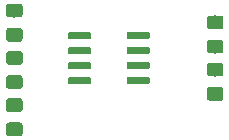
<source format=gbr>
G04 #@! TF.GenerationSoftware,KiCad,Pcbnew,(5.1.4)-1*
G04 #@! TF.CreationDate,2019-11-19T22:58:14-05:00*
G04 #@! TF.ProjectId,Blinky,426c696e-6b79-42e6-9b69-6361645f7063,rev?*
G04 #@! TF.SameCoordinates,Original*
G04 #@! TF.FileFunction,Paste,Top*
G04 #@! TF.FilePolarity,Positive*
%FSLAX46Y46*%
G04 Gerber Fmt 4.6, Leading zero omitted, Abs format (unit mm)*
G04 Created by KiCad (PCBNEW (5.1.4)-1) date 2019-11-19 22:58:14*
%MOMM*%
%LPD*%
G04 APERTURE LIST*
%ADD10C,0.100000*%
%ADD11C,1.150000*%
%ADD12C,0.600000*%
G04 APERTURE END LIST*
D10*
G36*
X113474505Y17548796D02*
G01*
X113498773Y17545196D01*
X113522572Y17539235D01*
X113545671Y17530970D01*
X113567850Y17520480D01*
X113588893Y17507868D01*
X113608599Y17493253D01*
X113626777Y17476777D01*
X113643253Y17458599D01*
X113657868Y17438893D01*
X113670480Y17417850D01*
X113680970Y17395671D01*
X113689235Y17372572D01*
X113695196Y17348773D01*
X113698796Y17324505D01*
X113700000Y17300001D01*
X113700000Y16649999D01*
X113698796Y16625495D01*
X113695196Y16601227D01*
X113689235Y16577428D01*
X113680970Y16554329D01*
X113670480Y16532150D01*
X113657868Y16511107D01*
X113643253Y16491401D01*
X113626777Y16473223D01*
X113608599Y16456747D01*
X113588893Y16442132D01*
X113567850Y16429520D01*
X113545671Y16419030D01*
X113522572Y16410765D01*
X113498773Y16404804D01*
X113474505Y16401204D01*
X113450001Y16400000D01*
X112549999Y16400000D01*
X112525495Y16401204D01*
X112501227Y16404804D01*
X112477428Y16410765D01*
X112454329Y16419030D01*
X112432150Y16429520D01*
X112411107Y16442132D01*
X112391401Y16456747D01*
X112373223Y16473223D01*
X112356747Y16491401D01*
X112342132Y16511107D01*
X112329520Y16532150D01*
X112319030Y16554329D01*
X112310765Y16577428D01*
X112304804Y16601227D01*
X112301204Y16625495D01*
X112300000Y16649999D01*
X112300000Y17300001D01*
X112301204Y17324505D01*
X112304804Y17348773D01*
X112310765Y17372572D01*
X112319030Y17395671D01*
X112329520Y17417850D01*
X112342132Y17438893D01*
X112356747Y17458599D01*
X112373223Y17476777D01*
X112391401Y17493253D01*
X112411107Y17507868D01*
X112432150Y17520480D01*
X112454329Y17530970D01*
X112477428Y17539235D01*
X112501227Y17545196D01*
X112525495Y17548796D01*
X112549999Y17550000D01*
X113450001Y17550000D01*
X113474505Y17548796D01*
X113474505Y17548796D01*
G37*
D11*
X113000000Y16975000D03*
D10*
G36*
X113474505Y19598796D02*
G01*
X113498773Y19595196D01*
X113522572Y19589235D01*
X113545671Y19580970D01*
X113567850Y19570480D01*
X113588893Y19557868D01*
X113608599Y19543253D01*
X113626777Y19526777D01*
X113643253Y19508599D01*
X113657868Y19488893D01*
X113670480Y19467850D01*
X113680970Y19445671D01*
X113689235Y19422572D01*
X113695196Y19398773D01*
X113698796Y19374505D01*
X113700000Y19350001D01*
X113700000Y18699999D01*
X113698796Y18675495D01*
X113695196Y18651227D01*
X113689235Y18627428D01*
X113680970Y18604329D01*
X113670480Y18582150D01*
X113657868Y18561107D01*
X113643253Y18541401D01*
X113626777Y18523223D01*
X113608599Y18506747D01*
X113588893Y18492132D01*
X113567850Y18479520D01*
X113545671Y18469030D01*
X113522572Y18460765D01*
X113498773Y18454804D01*
X113474505Y18451204D01*
X113450001Y18450000D01*
X112549999Y18450000D01*
X112525495Y18451204D01*
X112501227Y18454804D01*
X112477428Y18460765D01*
X112454329Y18469030D01*
X112432150Y18479520D01*
X112411107Y18492132D01*
X112391401Y18506747D01*
X112373223Y18523223D01*
X112356747Y18541401D01*
X112342132Y18561107D01*
X112329520Y18582150D01*
X112319030Y18604329D01*
X112310765Y18627428D01*
X112304804Y18651227D01*
X112301204Y18675495D01*
X112300000Y18699999D01*
X112300000Y19350001D01*
X112301204Y19374505D01*
X112304804Y19398773D01*
X112310765Y19422572D01*
X112319030Y19445671D01*
X112329520Y19467850D01*
X112342132Y19488893D01*
X112356747Y19508599D01*
X112373223Y19526777D01*
X112391401Y19543253D01*
X112411107Y19557868D01*
X112432150Y19570480D01*
X112454329Y19580970D01*
X112477428Y19589235D01*
X112501227Y19595196D01*
X112525495Y19598796D01*
X112549999Y19600000D01*
X113450001Y19600000D01*
X113474505Y19598796D01*
X113474505Y19598796D01*
G37*
D11*
X113000000Y19025000D03*
D10*
G36*
X130474505Y16548796D02*
G01*
X130498773Y16545196D01*
X130522572Y16539235D01*
X130545671Y16530970D01*
X130567850Y16520480D01*
X130588893Y16507868D01*
X130608599Y16493253D01*
X130626777Y16476777D01*
X130643253Y16458599D01*
X130657868Y16438893D01*
X130670480Y16417850D01*
X130680970Y16395671D01*
X130689235Y16372572D01*
X130695196Y16348773D01*
X130698796Y16324505D01*
X130700000Y16300001D01*
X130700000Y15649999D01*
X130698796Y15625495D01*
X130695196Y15601227D01*
X130689235Y15577428D01*
X130680970Y15554329D01*
X130670480Y15532150D01*
X130657868Y15511107D01*
X130643253Y15491401D01*
X130626777Y15473223D01*
X130608599Y15456747D01*
X130588893Y15442132D01*
X130567850Y15429520D01*
X130545671Y15419030D01*
X130522572Y15410765D01*
X130498773Y15404804D01*
X130474505Y15401204D01*
X130450001Y15400000D01*
X129549999Y15400000D01*
X129525495Y15401204D01*
X129501227Y15404804D01*
X129477428Y15410765D01*
X129454329Y15419030D01*
X129432150Y15429520D01*
X129411107Y15442132D01*
X129391401Y15456747D01*
X129373223Y15473223D01*
X129356747Y15491401D01*
X129342132Y15511107D01*
X129329520Y15532150D01*
X129319030Y15554329D01*
X129310765Y15577428D01*
X129304804Y15601227D01*
X129301204Y15625495D01*
X129300000Y15649999D01*
X129300000Y16300001D01*
X129301204Y16324505D01*
X129304804Y16348773D01*
X129310765Y16372572D01*
X129319030Y16395671D01*
X129329520Y16417850D01*
X129342132Y16438893D01*
X129356747Y16458599D01*
X129373223Y16476777D01*
X129391401Y16493253D01*
X129411107Y16507868D01*
X129432150Y16520480D01*
X129454329Y16530970D01*
X129477428Y16539235D01*
X129501227Y16545196D01*
X129525495Y16548796D01*
X129549999Y16550000D01*
X130450001Y16550000D01*
X130474505Y16548796D01*
X130474505Y16548796D01*
G37*
D11*
X130000000Y15975000D03*
D10*
G36*
X130474505Y18598796D02*
G01*
X130498773Y18595196D01*
X130522572Y18589235D01*
X130545671Y18580970D01*
X130567850Y18570480D01*
X130588893Y18557868D01*
X130608599Y18543253D01*
X130626777Y18526777D01*
X130643253Y18508599D01*
X130657868Y18488893D01*
X130670480Y18467850D01*
X130680970Y18445671D01*
X130689235Y18422572D01*
X130695196Y18398773D01*
X130698796Y18374505D01*
X130700000Y18350001D01*
X130700000Y17699999D01*
X130698796Y17675495D01*
X130695196Y17651227D01*
X130689235Y17627428D01*
X130680970Y17604329D01*
X130670480Y17582150D01*
X130657868Y17561107D01*
X130643253Y17541401D01*
X130626777Y17523223D01*
X130608599Y17506747D01*
X130588893Y17492132D01*
X130567850Y17479520D01*
X130545671Y17469030D01*
X130522572Y17460765D01*
X130498773Y17454804D01*
X130474505Y17451204D01*
X130450001Y17450000D01*
X129549999Y17450000D01*
X129525495Y17451204D01*
X129501227Y17454804D01*
X129477428Y17460765D01*
X129454329Y17469030D01*
X129432150Y17479520D01*
X129411107Y17492132D01*
X129391401Y17506747D01*
X129373223Y17523223D01*
X129356747Y17541401D01*
X129342132Y17561107D01*
X129329520Y17582150D01*
X129319030Y17604329D01*
X129310765Y17627428D01*
X129304804Y17651227D01*
X129301204Y17675495D01*
X129300000Y17699999D01*
X129300000Y18350001D01*
X129301204Y18374505D01*
X129304804Y18398773D01*
X129310765Y18422572D01*
X129319030Y18445671D01*
X129329520Y18467850D01*
X129342132Y18488893D01*
X129356747Y18508599D01*
X129373223Y18526777D01*
X129391401Y18543253D01*
X129411107Y18557868D01*
X129432150Y18570480D01*
X129454329Y18580970D01*
X129477428Y18589235D01*
X129501227Y18595196D01*
X129525495Y18598796D01*
X129549999Y18600000D01*
X130450001Y18600000D01*
X130474505Y18598796D01*
X130474505Y18598796D01*
G37*
D11*
X130000000Y18025000D03*
D10*
G36*
X119364703Y21204278D02*
G01*
X119379264Y21202118D01*
X119393543Y21198541D01*
X119407403Y21193582D01*
X119420710Y21187288D01*
X119433336Y21179720D01*
X119445159Y21170952D01*
X119456066Y21161066D01*
X119465952Y21150159D01*
X119474720Y21138336D01*
X119482288Y21125710D01*
X119488582Y21112403D01*
X119493541Y21098543D01*
X119497118Y21084264D01*
X119499278Y21069703D01*
X119500000Y21055000D01*
X119500000Y20755000D01*
X119499278Y20740297D01*
X119497118Y20725736D01*
X119493541Y20711457D01*
X119488582Y20697597D01*
X119482288Y20684290D01*
X119474720Y20671664D01*
X119465952Y20659841D01*
X119456066Y20648934D01*
X119445159Y20639048D01*
X119433336Y20630280D01*
X119420710Y20622712D01*
X119407403Y20616418D01*
X119393543Y20611459D01*
X119379264Y20607882D01*
X119364703Y20605722D01*
X119350000Y20605000D01*
X117700000Y20605000D01*
X117685297Y20605722D01*
X117670736Y20607882D01*
X117656457Y20611459D01*
X117642597Y20616418D01*
X117629290Y20622712D01*
X117616664Y20630280D01*
X117604841Y20639048D01*
X117593934Y20648934D01*
X117584048Y20659841D01*
X117575280Y20671664D01*
X117567712Y20684290D01*
X117561418Y20697597D01*
X117556459Y20711457D01*
X117552882Y20725736D01*
X117550722Y20740297D01*
X117550000Y20755000D01*
X117550000Y21055000D01*
X117550722Y21069703D01*
X117552882Y21084264D01*
X117556459Y21098543D01*
X117561418Y21112403D01*
X117567712Y21125710D01*
X117575280Y21138336D01*
X117584048Y21150159D01*
X117593934Y21161066D01*
X117604841Y21170952D01*
X117616664Y21179720D01*
X117629290Y21187288D01*
X117642597Y21193582D01*
X117656457Y21198541D01*
X117670736Y21202118D01*
X117685297Y21204278D01*
X117700000Y21205000D01*
X119350000Y21205000D01*
X119364703Y21204278D01*
X119364703Y21204278D01*
G37*
D12*
X118525000Y20905000D03*
D10*
G36*
X119364703Y19934278D02*
G01*
X119379264Y19932118D01*
X119393543Y19928541D01*
X119407403Y19923582D01*
X119420710Y19917288D01*
X119433336Y19909720D01*
X119445159Y19900952D01*
X119456066Y19891066D01*
X119465952Y19880159D01*
X119474720Y19868336D01*
X119482288Y19855710D01*
X119488582Y19842403D01*
X119493541Y19828543D01*
X119497118Y19814264D01*
X119499278Y19799703D01*
X119500000Y19785000D01*
X119500000Y19485000D01*
X119499278Y19470297D01*
X119497118Y19455736D01*
X119493541Y19441457D01*
X119488582Y19427597D01*
X119482288Y19414290D01*
X119474720Y19401664D01*
X119465952Y19389841D01*
X119456066Y19378934D01*
X119445159Y19369048D01*
X119433336Y19360280D01*
X119420710Y19352712D01*
X119407403Y19346418D01*
X119393543Y19341459D01*
X119379264Y19337882D01*
X119364703Y19335722D01*
X119350000Y19335000D01*
X117700000Y19335000D01*
X117685297Y19335722D01*
X117670736Y19337882D01*
X117656457Y19341459D01*
X117642597Y19346418D01*
X117629290Y19352712D01*
X117616664Y19360280D01*
X117604841Y19369048D01*
X117593934Y19378934D01*
X117584048Y19389841D01*
X117575280Y19401664D01*
X117567712Y19414290D01*
X117561418Y19427597D01*
X117556459Y19441457D01*
X117552882Y19455736D01*
X117550722Y19470297D01*
X117550000Y19485000D01*
X117550000Y19785000D01*
X117550722Y19799703D01*
X117552882Y19814264D01*
X117556459Y19828543D01*
X117561418Y19842403D01*
X117567712Y19855710D01*
X117575280Y19868336D01*
X117584048Y19880159D01*
X117593934Y19891066D01*
X117604841Y19900952D01*
X117616664Y19909720D01*
X117629290Y19917288D01*
X117642597Y19923582D01*
X117656457Y19928541D01*
X117670736Y19932118D01*
X117685297Y19934278D01*
X117700000Y19935000D01*
X119350000Y19935000D01*
X119364703Y19934278D01*
X119364703Y19934278D01*
G37*
D12*
X118525000Y19635000D03*
D10*
G36*
X119364703Y18664278D02*
G01*
X119379264Y18662118D01*
X119393543Y18658541D01*
X119407403Y18653582D01*
X119420710Y18647288D01*
X119433336Y18639720D01*
X119445159Y18630952D01*
X119456066Y18621066D01*
X119465952Y18610159D01*
X119474720Y18598336D01*
X119482288Y18585710D01*
X119488582Y18572403D01*
X119493541Y18558543D01*
X119497118Y18544264D01*
X119499278Y18529703D01*
X119500000Y18515000D01*
X119500000Y18215000D01*
X119499278Y18200297D01*
X119497118Y18185736D01*
X119493541Y18171457D01*
X119488582Y18157597D01*
X119482288Y18144290D01*
X119474720Y18131664D01*
X119465952Y18119841D01*
X119456066Y18108934D01*
X119445159Y18099048D01*
X119433336Y18090280D01*
X119420710Y18082712D01*
X119407403Y18076418D01*
X119393543Y18071459D01*
X119379264Y18067882D01*
X119364703Y18065722D01*
X119350000Y18065000D01*
X117700000Y18065000D01*
X117685297Y18065722D01*
X117670736Y18067882D01*
X117656457Y18071459D01*
X117642597Y18076418D01*
X117629290Y18082712D01*
X117616664Y18090280D01*
X117604841Y18099048D01*
X117593934Y18108934D01*
X117584048Y18119841D01*
X117575280Y18131664D01*
X117567712Y18144290D01*
X117561418Y18157597D01*
X117556459Y18171457D01*
X117552882Y18185736D01*
X117550722Y18200297D01*
X117550000Y18215000D01*
X117550000Y18515000D01*
X117550722Y18529703D01*
X117552882Y18544264D01*
X117556459Y18558543D01*
X117561418Y18572403D01*
X117567712Y18585710D01*
X117575280Y18598336D01*
X117584048Y18610159D01*
X117593934Y18621066D01*
X117604841Y18630952D01*
X117616664Y18639720D01*
X117629290Y18647288D01*
X117642597Y18653582D01*
X117656457Y18658541D01*
X117670736Y18662118D01*
X117685297Y18664278D01*
X117700000Y18665000D01*
X119350000Y18665000D01*
X119364703Y18664278D01*
X119364703Y18664278D01*
G37*
D12*
X118525000Y18365000D03*
D10*
G36*
X119364703Y17394278D02*
G01*
X119379264Y17392118D01*
X119393543Y17388541D01*
X119407403Y17383582D01*
X119420710Y17377288D01*
X119433336Y17369720D01*
X119445159Y17360952D01*
X119456066Y17351066D01*
X119465952Y17340159D01*
X119474720Y17328336D01*
X119482288Y17315710D01*
X119488582Y17302403D01*
X119493541Y17288543D01*
X119497118Y17274264D01*
X119499278Y17259703D01*
X119500000Y17245000D01*
X119500000Y16945000D01*
X119499278Y16930297D01*
X119497118Y16915736D01*
X119493541Y16901457D01*
X119488582Y16887597D01*
X119482288Y16874290D01*
X119474720Y16861664D01*
X119465952Y16849841D01*
X119456066Y16838934D01*
X119445159Y16829048D01*
X119433336Y16820280D01*
X119420710Y16812712D01*
X119407403Y16806418D01*
X119393543Y16801459D01*
X119379264Y16797882D01*
X119364703Y16795722D01*
X119350000Y16795000D01*
X117700000Y16795000D01*
X117685297Y16795722D01*
X117670736Y16797882D01*
X117656457Y16801459D01*
X117642597Y16806418D01*
X117629290Y16812712D01*
X117616664Y16820280D01*
X117604841Y16829048D01*
X117593934Y16838934D01*
X117584048Y16849841D01*
X117575280Y16861664D01*
X117567712Y16874290D01*
X117561418Y16887597D01*
X117556459Y16901457D01*
X117552882Y16915736D01*
X117550722Y16930297D01*
X117550000Y16945000D01*
X117550000Y17245000D01*
X117550722Y17259703D01*
X117552882Y17274264D01*
X117556459Y17288543D01*
X117561418Y17302403D01*
X117567712Y17315710D01*
X117575280Y17328336D01*
X117584048Y17340159D01*
X117593934Y17351066D01*
X117604841Y17360952D01*
X117616664Y17369720D01*
X117629290Y17377288D01*
X117642597Y17383582D01*
X117656457Y17388541D01*
X117670736Y17392118D01*
X117685297Y17394278D01*
X117700000Y17395000D01*
X119350000Y17395000D01*
X119364703Y17394278D01*
X119364703Y17394278D01*
G37*
D12*
X118525000Y17095000D03*
D10*
G36*
X124314703Y17394278D02*
G01*
X124329264Y17392118D01*
X124343543Y17388541D01*
X124357403Y17383582D01*
X124370710Y17377288D01*
X124383336Y17369720D01*
X124395159Y17360952D01*
X124406066Y17351066D01*
X124415952Y17340159D01*
X124424720Y17328336D01*
X124432288Y17315710D01*
X124438582Y17302403D01*
X124443541Y17288543D01*
X124447118Y17274264D01*
X124449278Y17259703D01*
X124450000Y17245000D01*
X124450000Y16945000D01*
X124449278Y16930297D01*
X124447118Y16915736D01*
X124443541Y16901457D01*
X124438582Y16887597D01*
X124432288Y16874290D01*
X124424720Y16861664D01*
X124415952Y16849841D01*
X124406066Y16838934D01*
X124395159Y16829048D01*
X124383336Y16820280D01*
X124370710Y16812712D01*
X124357403Y16806418D01*
X124343543Y16801459D01*
X124329264Y16797882D01*
X124314703Y16795722D01*
X124300000Y16795000D01*
X122650000Y16795000D01*
X122635297Y16795722D01*
X122620736Y16797882D01*
X122606457Y16801459D01*
X122592597Y16806418D01*
X122579290Y16812712D01*
X122566664Y16820280D01*
X122554841Y16829048D01*
X122543934Y16838934D01*
X122534048Y16849841D01*
X122525280Y16861664D01*
X122517712Y16874290D01*
X122511418Y16887597D01*
X122506459Y16901457D01*
X122502882Y16915736D01*
X122500722Y16930297D01*
X122500000Y16945000D01*
X122500000Y17245000D01*
X122500722Y17259703D01*
X122502882Y17274264D01*
X122506459Y17288543D01*
X122511418Y17302403D01*
X122517712Y17315710D01*
X122525280Y17328336D01*
X122534048Y17340159D01*
X122543934Y17351066D01*
X122554841Y17360952D01*
X122566664Y17369720D01*
X122579290Y17377288D01*
X122592597Y17383582D01*
X122606457Y17388541D01*
X122620736Y17392118D01*
X122635297Y17394278D01*
X122650000Y17395000D01*
X124300000Y17395000D01*
X124314703Y17394278D01*
X124314703Y17394278D01*
G37*
D12*
X123475000Y17095000D03*
D10*
G36*
X124314703Y18664278D02*
G01*
X124329264Y18662118D01*
X124343543Y18658541D01*
X124357403Y18653582D01*
X124370710Y18647288D01*
X124383336Y18639720D01*
X124395159Y18630952D01*
X124406066Y18621066D01*
X124415952Y18610159D01*
X124424720Y18598336D01*
X124432288Y18585710D01*
X124438582Y18572403D01*
X124443541Y18558543D01*
X124447118Y18544264D01*
X124449278Y18529703D01*
X124450000Y18515000D01*
X124450000Y18215000D01*
X124449278Y18200297D01*
X124447118Y18185736D01*
X124443541Y18171457D01*
X124438582Y18157597D01*
X124432288Y18144290D01*
X124424720Y18131664D01*
X124415952Y18119841D01*
X124406066Y18108934D01*
X124395159Y18099048D01*
X124383336Y18090280D01*
X124370710Y18082712D01*
X124357403Y18076418D01*
X124343543Y18071459D01*
X124329264Y18067882D01*
X124314703Y18065722D01*
X124300000Y18065000D01*
X122650000Y18065000D01*
X122635297Y18065722D01*
X122620736Y18067882D01*
X122606457Y18071459D01*
X122592597Y18076418D01*
X122579290Y18082712D01*
X122566664Y18090280D01*
X122554841Y18099048D01*
X122543934Y18108934D01*
X122534048Y18119841D01*
X122525280Y18131664D01*
X122517712Y18144290D01*
X122511418Y18157597D01*
X122506459Y18171457D01*
X122502882Y18185736D01*
X122500722Y18200297D01*
X122500000Y18215000D01*
X122500000Y18515000D01*
X122500722Y18529703D01*
X122502882Y18544264D01*
X122506459Y18558543D01*
X122511418Y18572403D01*
X122517712Y18585710D01*
X122525280Y18598336D01*
X122534048Y18610159D01*
X122543934Y18621066D01*
X122554841Y18630952D01*
X122566664Y18639720D01*
X122579290Y18647288D01*
X122592597Y18653582D01*
X122606457Y18658541D01*
X122620736Y18662118D01*
X122635297Y18664278D01*
X122650000Y18665000D01*
X124300000Y18665000D01*
X124314703Y18664278D01*
X124314703Y18664278D01*
G37*
D12*
X123475000Y18365000D03*
D10*
G36*
X124314703Y19934278D02*
G01*
X124329264Y19932118D01*
X124343543Y19928541D01*
X124357403Y19923582D01*
X124370710Y19917288D01*
X124383336Y19909720D01*
X124395159Y19900952D01*
X124406066Y19891066D01*
X124415952Y19880159D01*
X124424720Y19868336D01*
X124432288Y19855710D01*
X124438582Y19842403D01*
X124443541Y19828543D01*
X124447118Y19814264D01*
X124449278Y19799703D01*
X124450000Y19785000D01*
X124450000Y19485000D01*
X124449278Y19470297D01*
X124447118Y19455736D01*
X124443541Y19441457D01*
X124438582Y19427597D01*
X124432288Y19414290D01*
X124424720Y19401664D01*
X124415952Y19389841D01*
X124406066Y19378934D01*
X124395159Y19369048D01*
X124383336Y19360280D01*
X124370710Y19352712D01*
X124357403Y19346418D01*
X124343543Y19341459D01*
X124329264Y19337882D01*
X124314703Y19335722D01*
X124300000Y19335000D01*
X122650000Y19335000D01*
X122635297Y19335722D01*
X122620736Y19337882D01*
X122606457Y19341459D01*
X122592597Y19346418D01*
X122579290Y19352712D01*
X122566664Y19360280D01*
X122554841Y19369048D01*
X122543934Y19378934D01*
X122534048Y19389841D01*
X122525280Y19401664D01*
X122517712Y19414290D01*
X122511418Y19427597D01*
X122506459Y19441457D01*
X122502882Y19455736D01*
X122500722Y19470297D01*
X122500000Y19485000D01*
X122500000Y19785000D01*
X122500722Y19799703D01*
X122502882Y19814264D01*
X122506459Y19828543D01*
X122511418Y19842403D01*
X122517712Y19855710D01*
X122525280Y19868336D01*
X122534048Y19880159D01*
X122543934Y19891066D01*
X122554841Y19900952D01*
X122566664Y19909720D01*
X122579290Y19917288D01*
X122592597Y19923582D01*
X122606457Y19928541D01*
X122620736Y19932118D01*
X122635297Y19934278D01*
X122650000Y19935000D01*
X124300000Y19935000D01*
X124314703Y19934278D01*
X124314703Y19934278D01*
G37*
D12*
X123475000Y19635000D03*
D10*
G36*
X124314703Y21204278D02*
G01*
X124329264Y21202118D01*
X124343543Y21198541D01*
X124357403Y21193582D01*
X124370710Y21187288D01*
X124383336Y21179720D01*
X124395159Y21170952D01*
X124406066Y21161066D01*
X124415952Y21150159D01*
X124424720Y21138336D01*
X124432288Y21125710D01*
X124438582Y21112403D01*
X124443541Y21098543D01*
X124447118Y21084264D01*
X124449278Y21069703D01*
X124450000Y21055000D01*
X124450000Y20755000D01*
X124449278Y20740297D01*
X124447118Y20725736D01*
X124443541Y20711457D01*
X124438582Y20697597D01*
X124432288Y20684290D01*
X124424720Y20671664D01*
X124415952Y20659841D01*
X124406066Y20648934D01*
X124395159Y20639048D01*
X124383336Y20630280D01*
X124370710Y20622712D01*
X124357403Y20616418D01*
X124343543Y20611459D01*
X124329264Y20607882D01*
X124314703Y20605722D01*
X124300000Y20605000D01*
X122650000Y20605000D01*
X122635297Y20605722D01*
X122620736Y20607882D01*
X122606457Y20611459D01*
X122592597Y20616418D01*
X122579290Y20622712D01*
X122566664Y20630280D01*
X122554841Y20639048D01*
X122543934Y20648934D01*
X122534048Y20659841D01*
X122525280Y20671664D01*
X122517712Y20684290D01*
X122511418Y20697597D01*
X122506459Y20711457D01*
X122502882Y20725736D01*
X122500722Y20740297D01*
X122500000Y20755000D01*
X122500000Y21055000D01*
X122500722Y21069703D01*
X122502882Y21084264D01*
X122506459Y21098543D01*
X122511418Y21112403D01*
X122517712Y21125710D01*
X122525280Y21138336D01*
X122534048Y21150159D01*
X122543934Y21161066D01*
X122554841Y21170952D01*
X122566664Y21179720D01*
X122579290Y21187288D01*
X122592597Y21193582D01*
X122606457Y21198541D01*
X122620736Y21202118D01*
X122635297Y21204278D01*
X122650000Y21205000D01*
X124300000Y21205000D01*
X124314703Y21204278D01*
X124314703Y21204278D01*
G37*
D12*
X123475000Y20905000D03*
D10*
G36*
X130474505Y20548796D02*
G01*
X130498773Y20545196D01*
X130522572Y20539235D01*
X130545671Y20530970D01*
X130567850Y20520480D01*
X130588893Y20507868D01*
X130608599Y20493253D01*
X130626777Y20476777D01*
X130643253Y20458599D01*
X130657868Y20438893D01*
X130670480Y20417850D01*
X130680970Y20395671D01*
X130689235Y20372572D01*
X130695196Y20348773D01*
X130698796Y20324505D01*
X130700000Y20300001D01*
X130700000Y19649999D01*
X130698796Y19625495D01*
X130695196Y19601227D01*
X130689235Y19577428D01*
X130680970Y19554329D01*
X130670480Y19532150D01*
X130657868Y19511107D01*
X130643253Y19491401D01*
X130626777Y19473223D01*
X130608599Y19456747D01*
X130588893Y19442132D01*
X130567850Y19429520D01*
X130545671Y19419030D01*
X130522572Y19410765D01*
X130498773Y19404804D01*
X130474505Y19401204D01*
X130450001Y19400000D01*
X129549999Y19400000D01*
X129525495Y19401204D01*
X129501227Y19404804D01*
X129477428Y19410765D01*
X129454329Y19419030D01*
X129432150Y19429520D01*
X129411107Y19442132D01*
X129391401Y19456747D01*
X129373223Y19473223D01*
X129356747Y19491401D01*
X129342132Y19511107D01*
X129329520Y19532150D01*
X129319030Y19554329D01*
X129310765Y19577428D01*
X129304804Y19601227D01*
X129301204Y19625495D01*
X129300000Y19649999D01*
X129300000Y20300001D01*
X129301204Y20324505D01*
X129304804Y20348773D01*
X129310765Y20372572D01*
X129319030Y20395671D01*
X129329520Y20417850D01*
X129342132Y20438893D01*
X129356747Y20458599D01*
X129373223Y20476777D01*
X129391401Y20493253D01*
X129411107Y20507868D01*
X129432150Y20520480D01*
X129454329Y20530970D01*
X129477428Y20539235D01*
X129501227Y20545196D01*
X129525495Y20548796D01*
X129549999Y20550000D01*
X130450001Y20550000D01*
X130474505Y20548796D01*
X130474505Y20548796D01*
G37*
D11*
X130000000Y19975000D03*
D10*
G36*
X130474505Y22598796D02*
G01*
X130498773Y22595196D01*
X130522572Y22589235D01*
X130545671Y22580970D01*
X130567850Y22570480D01*
X130588893Y22557868D01*
X130608599Y22543253D01*
X130626777Y22526777D01*
X130643253Y22508599D01*
X130657868Y22488893D01*
X130670480Y22467850D01*
X130680970Y22445671D01*
X130689235Y22422572D01*
X130695196Y22398773D01*
X130698796Y22374505D01*
X130700000Y22350001D01*
X130700000Y21699999D01*
X130698796Y21675495D01*
X130695196Y21651227D01*
X130689235Y21627428D01*
X130680970Y21604329D01*
X130670480Y21582150D01*
X130657868Y21561107D01*
X130643253Y21541401D01*
X130626777Y21523223D01*
X130608599Y21506747D01*
X130588893Y21492132D01*
X130567850Y21479520D01*
X130545671Y21469030D01*
X130522572Y21460765D01*
X130498773Y21454804D01*
X130474505Y21451204D01*
X130450001Y21450000D01*
X129549999Y21450000D01*
X129525495Y21451204D01*
X129501227Y21454804D01*
X129477428Y21460765D01*
X129454329Y21469030D01*
X129432150Y21479520D01*
X129411107Y21492132D01*
X129391401Y21506747D01*
X129373223Y21523223D01*
X129356747Y21541401D01*
X129342132Y21561107D01*
X129329520Y21582150D01*
X129319030Y21604329D01*
X129310765Y21627428D01*
X129304804Y21651227D01*
X129301204Y21675495D01*
X129300000Y21699999D01*
X129300000Y22350001D01*
X129301204Y22374505D01*
X129304804Y22398773D01*
X129310765Y22422572D01*
X129319030Y22445671D01*
X129329520Y22467850D01*
X129342132Y22488893D01*
X129356747Y22508599D01*
X129373223Y22526777D01*
X129391401Y22543253D01*
X129411107Y22557868D01*
X129432150Y22570480D01*
X129454329Y22580970D01*
X129477428Y22589235D01*
X129501227Y22595196D01*
X129525495Y22598796D01*
X129549999Y22600000D01*
X130450001Y22600000D01*
X130474505Y22598796D01*
X130474505Y22598796D01*
G37*
D11*
X130000000Y22025000D03*
D10*
G36*
X113474505Y15598796D02*
G01*
X113498773Y15595196D01*
X113522572Y15589235D01*
X113545671Y15580970D01*
X113567850Y15570480D01*
X113588893Y15557868D01*
X113608599Y15543253D01*
X113626777Y15526777D01*
X113643253Y15508599D01*
X113657868Y15488893D01*
X113670480Y15467850D01*
X113680970Y15445671D01*
X113689235Y15422572D01*
X113695196Y15398773D01*
X113698796Y15374505D01*
X113700000Y15350001D01*
X113700000Y14699999D01*
X113698796Y14675495D01*
X113695196Y14651227D01*
X113689235Y14627428D01*
X113680970Y14604329D01*
X113670480Y14582150D01*
X113657868Y14561107D01*
X113643253Y14541401D01*
X113626777Y14523223D01*
X113608599Y14506747D01*
X113588893Y14492132D01*
X113567850Y14479520D01*
X113545671Y14469030D01*
X113522572Y14460765D01*
X113498773Y14454804D01*
X113474505Y14451204D01*
X113450001Y14450000D01*
X112549999Y14450000D01*
X112525495Y14451204D01*
X112501227Y14454804D01*
X112477428Y14460765D01*
X112454329Y14469030D01*
X112432150Y14479520D01*
X112411107Y14492132D01*
X112391401Y14506747D01*
X112373223Y14523223D01*
X112356747Y14541401D01*
X112342132Y14561107D01*
X112329520Y14582150D01*
X112319030Y14604329D01*
X112310765Y14627428D01*
X112304804Y14651227D01*
X112301204Y14675495D01*
X112300000Y14699999D01*
X112300000Y15350001D01*
X112301204Y15374505D01*
X112304804Y15398773D01*
X112310765Y15422572D01*
X112319030Y15445671D01*
X112329520Y15467850D01*
X112342132Y15488893D01*
X112356747Y15508599D01*
X112373223Y15526777D01*
X112391401Y15543253D01*
X112411107Y15557868D01*
X112432150Y15570480D01*
X112454329Y15580970D01*
X112477428Y15589235D01*
X112501227Y15595196D01*
X112525495Y15598796D01*
X112549999Y15600000D01*
X113450001Y15600000D01*
X113474505Y15598796D01*
X113474505Y15598796D01*
G37*
D11*
X113000000Y15025000D03*
D10*
G36*
X113474505Y13548796D02*
G01*
X113498773Y13545196D01*
X113522572Y13539235D01*
X113545671Y13530970D01*
X113567850Y13520480D01*
X113588893Y13507868D01*
X113608599Y13493253D01*
X113626777Y13476777D01*
X113643253Y13458599D01*
X113657868Y13438893D01*
X113670480Y13417850D01*
X113680970Y13395671D01*
X113689235Y13372572D01*
X113695196Y13348773D01*
X113698796Y13324505D01*
X113700000Y13300001D01*
X113700000Y12649999D01*
X113698796Y12625495D01*
X113695196Y12601227D01*
X113689235Y12577428D01*
X113680970Y12554329D01*
X113670480Y12532150D01*
X113657868Y12511107D01*
X113643253Y12491401D01*
X113626777Y12473223D01*
X113608599Y12456747D01*
X113588893Y12442132D01*
X113567850Y12429520D01*
X113545671Y12419030D01*
X113522572Y12410765D01*
X113498773Y12404804D01*
X113474505Y12401204D01*
X113450001Y12400000D01*
X112549999Y12400000D01*
X112525495Y12401204D01*
X112501227Y12404804D01*
X112477428Y12410765D01*
X112454329Y12419030D01*
X112432150Y12429520D01*
X112411107Y12442132D01*
X112391401Y12456747D01*
X112373223Y12473223D01*
X112356747Y12491401D01*
X112342132Y12511107D01*
X112329520Y12532150D01*
X112319030Y12554329D01*
X112310765Y12577428D01*
X112304804Y12601227D01*
X112301204Y12625495D01*
X112300000Y12649999D01*
X112300000Y13300001D01*
X112301204Y13324505D01*
X112304804Y13348773D01*
X112310765Y13372572D01*
X112319030Y13395671D01*
X112329520Y13417850D01*
X112342132Y13438893D01*
X112356747Y13458599D01*
X112373223Y13476777D01*
X112391401Y13493253D01*
X112411107Y13507868D01*
X112432150Y13520480D01*
X112454329Y13530970D01*
X112477428Y13539235D01*
X112501227Y13545196D01*
X112525495Y13548796D01*
X112549999Y13550000D01*
X113450001Y13550000D01*
X113474505Y13548796D01*
X113474505Y13548796D01*
G37*
D11*
X113000000Y12975000D03*
D10*
G36*
X113474505Y23598796D02*
G01*
X113498773Y23595196D01*
X113522572Y23589235D01*
X113545671Y23580970D01*
X113567850Y23570480D01*
X113588893Y23557868D01*
X113608599Y23543253D01*
X113626777Y23526777D01*
X113643253Y23508599D01*
X113657868Y23488893D01*
X113670480Y23467850D01*
X113680970Y23445671D01*
X113689235Y23422572D01*
X113695196Y23398773D01*
X113698796Y23374505D01*
X113700000Y23350001D01*
X113700000Y22699999D01*
X113698796Y22675495D01*
X113695196Y22651227D01*
X113689235Y22627428D01*
X113680970Y22604329D01*
X113670480Y22582150D01*
X113657868Y22561107D01*
X113643253Y22541401D01*
X113626777Y22523223D01*
X113608599Y22506747D01*
X113588893Y22492132D01*
X113567850Y22479520D01*
X113545671Y22469030D01*
X113522572Y22460765D01*
X113498773Y22454804D01*
X113474505Y22451204D01*
X113450001Y22450000D01*
X112549999Y22450000D01*
X112525495Y22451204D01*
X112501227Y22454804D01*
X112477428Y22460765D01*
X112454329Y22469030D01*
X112432150Y22479520D01*
X112411107Y22492132D01*
X112391401Y22506747D01*
X112373223Y22523223D01*
X112356747Y22541401D01*
X112342132Y22561107D01*
X112329520Y22582150D01*
X112319030Y22604329D01*
X112310765Y22627428D01*
X112304804Y22651227D01*
X112301204Y22675495D01*
X112300000Y22699999D01*
X112300000Y23350001D01*
X112301204Y23374505D01*
X112304804Y23398773D01*
X112310765Y23422572D01*
X112319030Y23445671D01*
X112329520Y23467850D01*
X112342132Y23488893D01*
X112356747Y23508599D01*
X112373223Y23526777D01*
X112391401Y23543253D01*
X112411107Y23557868D01*
X112432150Y23570480D01*
X112454329Y23580970D01*
X112477428Y23589235D01*
X112501227Y23595196D01*
X112525495Y23598796D01*
X112549999Y23600000D01*
X113450001Y23600000D01*
X113474505Y23598796D01*
X113474505Y23598796D01*
G37*
D11*
X113000000Y23025000D03*
D10*
G36*
X113474505Y21548796D02*
G01*
X113498773Y21545196D01*
X113522572Y21539235D01*
X113545671Y21530970D01*
X113567850Y21520480D01*
X113588893Y21507868D01*
X113608599Y21493253D01*
X113626777Y21476777D01*
X113643253Y21458599D01*
X113657868Y21438893D01*
X113670480Y21417850D01*
X113680970Y21395671D01*
X113689235Y21372572D01*
X113695196Y21348773D01*
X113698796Y21324505D01*
X113700000Y21300001D01*
X113700000Y20649999D01*
X113698796Y20625495D01*
X113695196Y20601227D01*
X113689235Y20577428D01*
X113680970Y20554329D01*
X113670480Y20532150D01*
X113657868Y20511107D01*
X113643253Y20491401D01*
X113626777Y20473223D01*
X113608599Y20456747D01*
X113588893Y20442132D01*
X113567850Y20429520D01*
X113545671Y20419030D01*
X113522572Y20410765D01*
X113498773Y20404804D01*
X113474505Y20401204D01*
X113450001Y20400000D01*
X112549999Y20400000D01*
X112525495Y20401204D01*
X112501227Y20404804D01*
X112477428Y20410765D01*
X112454329Y20419030D01*
X112432150Y20429520D01*
X112411107Y20442132D01*
X112391401Y20456747D01*
X112373223Y20473223D01*
X112356747Y20491401D01*
X112342132Y20511107D01*
X112329520Y20532150D01*
X112319030Y20554329D01*
X112310765Y20577428D01*
X112304804Y20601227D01*
X112301204Y20625495D01*
X112300000Y20649999D01*
X112300000Y21300001D01*
X112301204Y21324505D01*
X112304804Y21348773D01*
X112310765Y21372572D01*
X112319030Y21395671D01*
X112329520Y21417850D01*
X112342132Y21438893D01*
X112356747Y21458599D01*
X112373223Y21476777D01*
X112391401Y21493253D01*
X112411107Y21507868D01*
X112432150Y21520480D01*
X112454329Y21530970D01*
X112477428Y21539235D01*
X112501227Y21545196D01*
X112525495Y21548796D01*
X112549999Y21550000D01*
X113450001Y21550000D01*
X113474505Y21548796D01*
X113474505Y21548796D01*
G37*
D11*
X113000000Y20975000D03*
M02*

</source>
